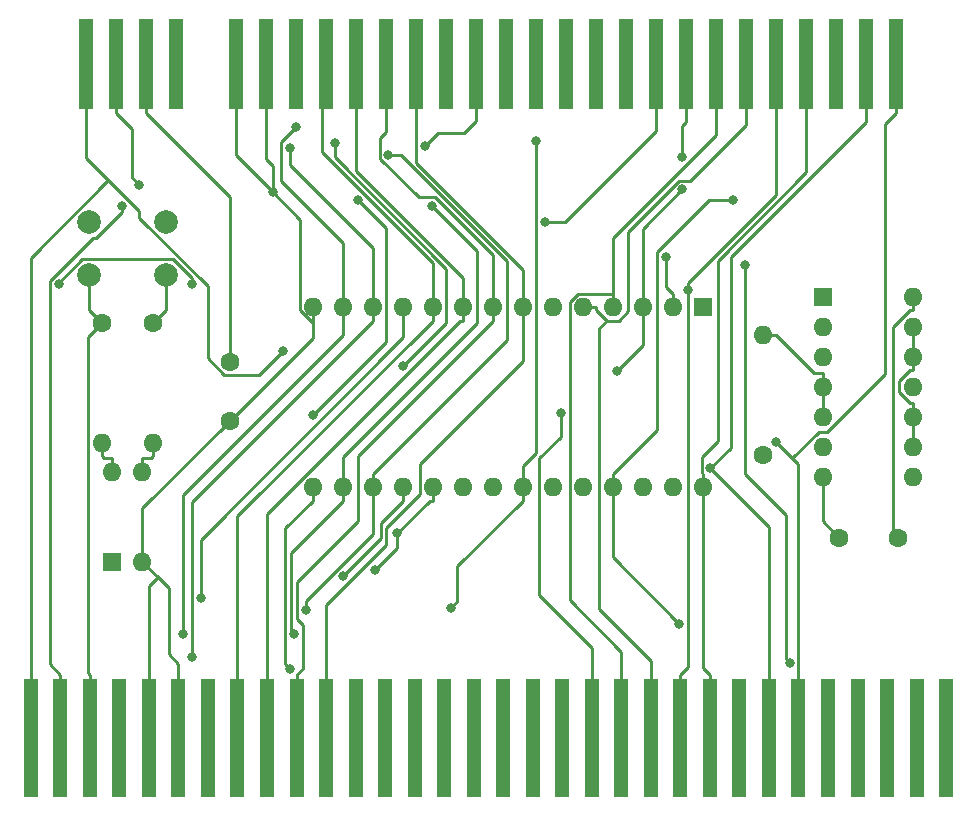
<source format=gbr>
%TF.GenerationSoftware,KiCad,Pcbnew,(6.0.10)*%
%TF.CreationDate,2023-03-31T21:51:54+03:00*%
%TF.ProjectId,zxcart,7a786361-7274-42e6-9b69-6361645f7063,rev?*%
%TF.SameCoordinates,Original*%
%TF.FileFunction,Copper,L2,Bot*%
%TF.FilePolarity,Positive*%
%FSLAX46Y46*%
G04 Gerber Fmt 4.6, Leading zero omitted, Abs format (unit mm)*
G04 Created by KiCad (PCBNEW (6.0.10)) date 2023-03-31 21:51:54*
%MOMM*%
%LPD*%
G01*
G04 APERTURE LIST*
%TA.AperFunction,ComponentPad*%
%ADD10R,1.600000X1.600000*%
%TD*%
%TA.AperFunction,ComponentPad*%
%ADD11O,1.600000X1.600000*%
%TD*%
%TA.AperFunction,SMDPad,CuDef*%
%ADD12R,1.270000X10.000000*%
%TD*%
%TA.AperFunction,ComponentPad*%
%ADD13C,1.600000*%
%TD*%
%TA.AperFunction,ComponentPad*%
%ADD14C,2.000000*%
%TD*%
%TA.AperFunction,SMDPad,CuDef*%
%ADD15R,1.270000X7.620000*%
%TD*%
%TA.AperFunction,ViaPad*%
%ADD16C,0.800000*%
%TD*%
%TA.AperFunction,Conductor*%
%ADD17C,0.250000*%
%TD*%
G04 APERTURE END LIST*
D10*
%TO.P,U1,1,1A*%
%TO.N,A14*%
X159400000Y-69675000D03*
D11*
%TO.P,U1,2,1B*%
%TO.N,A15*%
X159400000Y-72215000D03*
%TO.P,U1,3,1Y*%
%TO.N,Net-(U1-Pad3)*%
X159400000Y-74755000D03*
%TO.P,U1,4,2A*%
%TO.N,Net-(R1-Pad2)*%
X159400000Y-77295000D03*
%TO.P,U1,5,2B*%
X159400000Y-79835000D03*
%TO.P,U1,6,2Y*%
%TO.N,unconnected-(U1-Pad6)*%
X159400000Y-82375000D03*
%TO.P,U1,7,GND*%
%TO.N,GND*%
X159400000Y-84915000D03*
%TO.P,U1,8,3Y*%
%TO.N,unconnected-(U1-Pad8)*%
X167020000Y-84915000D03*
%TO.P,U1,9,3A*%
%TO.N,Net-(R1-Pad2)*%
X167020000Y-82375000D03*
%TO.P,U1,10,3B*%
X167020000Y-79835000D03*
%TO.P,U1,11,4Y*%
%TO.N,unconnected-(U1-Pad11)*%
X167020000Y-77295000D03*
%TO.P,U1,12,4A*%
%TO.N,Net-(R1-Pad2)*%
X167020000Y-74755000D03*
%TO.P,U1,13,4B*%
X167020000Y-72215000D03*
%TO.P,U1,14,VCC*%
%TO.N,+5V*%
X167020000Y-69675000D03*
%TD*%
D10*
%TO.P,SW1,1*%
%TO.N,GND*%
X99250000Y-92100000D03*
D11*
%TO.P,SW1,2*%
X101790000Y-92100000D03*
%TO.P,SW1,3*%
%TO.N,Net-(R3-Pad2)*%
X101790000Y-84480000D03*
%TO.P,SW1,4*%
%TO.N,Net-(R2-Pad2)*%
X99250000Y-84480000D03*
%TD*%
D12*
%TO.P,J1,33,A14*%
%TO.N,A14*%
X92335020Y-107000000D03*
%TO.P,J1,34,A12*%
%TO.N,A12*%
X94834990Y-107000000D03*
%TO.P,J1,35,"+5"*%
%TO.N,+5V*%
X97335010Y-107000000D03*
%TO.P,J1,36*%
%TO.N,unconnected-(J1-Pad36)*%
X99834980Y-107000000D03*
%TO.P,J1,37,\u041E\u0431\u0449\u0438\u0439*%
%TO.N,GND*%
X102335000Y-107000000D03*
%TO.P,J1,38,\u041E\u0431\u0449\u0438\u0439*%
X104835020Y-107000000D03*
%TO.P,J1,39*%
%TO.N,unconnected-(J1-Pad39)*%
X107334990Y-107000000D03*
%TO.P,J1,40,A0*%
%TO.N,A0*%
X109835010Y-107000000D03*
%TO.P,J1,41,A1*%
%TO.N,A1*%
X112334980Y-107000000D03*
%TO.P,J1,42,A2*%
%TO.N,A2*%
X114835000Y-107000000D03*
%TO.P,J1,43,A3*%
%TO.N,A3*%
X117335020Y-107000000D03*
%TO.P,J1,44*%
%TO.N,unconnected-(J1-Pad44)*%
X119834990Y-107000000D03*
%TO.P,J1,45*%
%TO.N,unconnected-(J1-Pad45)*%
X122335010Y-107000000D03*
%TO.P,J1,46*%
%TO.N,unconnected-(J1-Pad46)*%
X124834980Y-107000000D03*
%TO.P,J1,47*%
%TO.N,unconnected-(J1-Pad47)*%
X127335000Y-107000000D03*
%TO.P,J1,48*%
%TO.N,unconnected-(J1-Pad48)*%
X129835030Y-107000000D03*
%TO.P,J1,49,\u0421\u0422\u0420*%
%TO.N,unconnected-(J1-Pad49)*%
X132334990Y-107000000D03*
%TO.P,J1,50,\u0417\u0410\u041F\u0420\u0428*%
%TO.N,unconnected-(J1-Pad50)*%
X134835020Y-107000000D03*
%TO.P,J1,51,BD1*%
%TO.N,unconnected-(J1-Pad51)*%
X137334980Y-107000000D03*
%TO.P,J1,52,A7*%
%TO.N,A7*%
X139835010Y-107000000D03*
%TO.P,J1,53,A6*%
%TO.N,A6*%
X142335030Y-107000000D03*
%TO.P,J1,54,A5*%
%TO.N,A5*%
X144835000Y-107000000D03*
%TO.P,J1,55,A4*%
%TO.N,A4*%
X147335020Y-107000000D03*
%TO.P,J1,56,\u0411\u041B\u041A_\u041F\u0417\u0423*%
%TO.N,+5V*%
X149834990Y-107000000D03*
%TO.P,J1,57,\u041F\u0417\u0428*%
%TO.N,unconnected-(J1-Pad57)*%
X152335010Y-107000000D03*
%TO.P,J1,58,A9*%
%TO.N,A9*%
X154835030Y-107000000D03*
%TO.P,J1,59,A11*%
%TO.N,A11*%
X157335000Y-107000000D03*
%TO.P,J1,60*%
%TO.N,unconnected-(J1-Pad60)*%
X159835020Y-107000000D03*
%TO.P,J1,61,BD3*%
%TO.N,unconnected-(J1-Pad61)*%
X162334990Y-107000000D03*
%TO.P,J1,62,BD5*%
%TO.N,unconnected-(J1-Pad62)*%
X164835010Y-107000000D03*
%TO.P,J1,63,BD6*%
%TO.N,unconnected-(J1-Pad63)*%
X167335030Y-107000000D03*
%TO.P,J1,64,\u0413\u0422*%
%TO.N,unconnected-(J1-Pad64)*%
X169835000Y-107000000D03*
%TD*%
D13*
%TO.P,C1,1*%
%TO.N,+5V*%
X165800000Y-90100000D03*
%TO.P,C1,2*%
%TO.N,GND*%
X160800000Y-90100000D03*
%TD*%
%TO.P,R1,1*%
%TO.N,+5V*%
X154300000Y-83080000D03*
D11*
%TO.P,R1,2*%
%TO.N,Net-(R1-Pad2)*%
X154300000Y-72920000D03*
%TD*%
D14*
%TO.P,SW2,1,1*%
%TO.N,RESET*%
X103750000Y-63350000D03*
X97250000Y-63350000D03*
%TO.P,SW2,2,2*%
%TO.N,+5V*%
X103750000Y-67850000D03*
X97250000Y-67850000D03*
%TD*%
D13*
%TO.P,C2,1*%
%TO.N,+5V*%
X109200000Y-75200000D03*
%TO.P,C2,2*%
%TO.N,GND*%
X109200000Y-80200000D03*
%TD*%
%TO.P,R2,1*%
%TO.N,+5V*%
X98350000Y-71900000D03*
D11*
%TO.P,R2,2*%
%TO.N,Net-(R2-Pad2)*%
X98350000Y-82060000D03*
%TD*%
D13*
%TO.P,R3,1*%
%TO.N,+5V*%
X102650000Y-71900000D03*
D11*
%TO.P,R3,2*%
%TO.N,Net-(R3-Pad2)*%
X102650000Y-82060000D03*
%TD*%
D15*
%TO.P,J2,29,A14*%
%TO.N,A14*%
X97010000Y-50000000D03*
%TO.P,J2,30,A12*%
%TO.N,A12*%
X99550000Y-50000000D03*
%TO.P,J2,31,+5V*%
%TO.N,+5V*%
X102090000Y-50000000D03*
%TO.P,J2,32,NC*%
%TO.N,unconnected-(J2-Pad32)*%
X104630000Y-50000000D03*
%TO.P,J2,34,GND*%
%TO.N,GND*%
X109710000Y-50000000D03*
%TO.P,J2,35,GND*%
X112250000Y-50000000D03*
%TO.P,J2,36,CLK*%
%TO.N,unconnected-(J2-Pad36)*%
X114790000Y-50000000D03*
%TO.P,J2,37,A0*%
%TO.N,A0*%
X117330000Y-50000000D03*
%TO.P,J2,38,A1*%
%TO.N,A1*%
X119870000Y-50000000D03*
%TO.P,J2,39,A2*%
%TO.N,A2*%
X122410000Y-50000000D03*
%TO.P,J2,40,A3*%
%TO.N,A3*%
X124950000Y-50000000D03*
%TO.P,J2,41,NC*%
%TO.N,unconnected-(J2-Pad41)*%
X127490000Y-50000000D03*
%TO.P,J2,42,GND*%
%TO.N,GND*%
X130030000Y-50000000D03*
%TO.P,J2,43,OE*%
%TO.N,unconnected-(J2-Pad43)*%
X132570000Y-50000000D03*
%TO.P,J2,44,NC*%
%TO.N,unconnected-(J2-Pad44)*%
X135110000Y-50000000D03*
%TO.P,J2,45,NC*%
%TO.N,unconnected-(J2-Pad45)*%
X137650000Y-50000000D03*
%TO.P,J2,46,NC*%
%TO.N,unconnected-(J2-Pad46)*%
X140190000Y-50000000D03*
%TO.P,J2,47,BUSRQ*%
%TO.N,unconnected-(J2-Pad47)*%
X142730000Y-50000000D03*
%TO.P,J2,48,RESET*%
%TO.N,RESET*%
X145270000Y-50000000D03*
%TO.P,J2,49,A7*%
%TO.N,A7*%
X147810000Y-50000000D03*
%TO.P,J2,50,A6*%
%TO.N,A6*%
X150350000Y-50000000D03*
%TO.P,J2,51,A5*%
%TO.N,A5*%
X152890000Y-50000000D03*
%TO.P,J2,52,A4*%
%TO.N,A4*%
X155430000Y-50000000D03*
%TO.P,J2,53,ROMCS*%
%TO.N,+5V*%
X157970000Y-50000000D03*
%TO.P,J2,54,BUSACK*%
%TO.N,unconnected-(J2-Pad54)*%
X160510000Y-50000000D03*
%TO.P,J2,55,A9*%
%TO.N,A9*%
X163050000Y-50000000D03*
%TO.P,J2,56,A11*%
%TO.N,A11*%
X165590000Y-50000000D03*
%TD*%
D10*
%TO.P,U2,1,A15*%
%TO.N,Net-(R3-Pad2)*%
X149250000Y-70575000D03*
D11*
%TO.P,U2,2,A12*%
%TO.N,A12*%
X146710000Y-70575000D03*
%TO.P,U2,3,A7*%
%TO.N,A7*%
X144170000Y-70575000D03*
%TO.P,U2,4,A6*%
%TO.N,A6*%
X141630000Y-70575000D03*
%TO.P,U2,5,A5*%
%TO.N,A5*%
X139090000Y-70575000D03*
%TO.P,U2,6,A4*%
%TO.N,A4*%
X136550000Y-70575000D03*
%TO.P,U2,7,A3*%
%TO.N,A3*%
X134010000Y-70575000D03*
%TO.P,U2,8,A2*%
%TO.N,A2*%
X131470000Y-70575000D03*
%TO.P,U2,9,A1*%
%TO.N,A1*%
X128930000Y-70575000D03*
%TO.P,U2,10,A0*%
%TO.N,A0*%
X126390000Y-70575000D03*
%TO.P,U2,11,D0*%
%TO.N,D0*%
X123850000Y-70575000D03*
%TO.P,U2,12,D1*%
%TO.N,D1*%
X121310000Y-70575000D03*
%TO.P,U2,13,D2*%
%TO.N,D2*%
X118770000Y-70575000D03*
%TO.P,U2,14,GND*%
%TO.N,GND*%
X116230000Y-70575000D03*
%TO.P,U2,15,D3*%
%TO.N,D3*%
X116230000Y-85815000D03*
%TO.P,U2,16,D4*%
%TO.N,D4*%
X118770000Y-85815000D03*
%TO.P,U2,17,D5*%
%TO.N,D5*%
X121310000Y-85815000D03*
%TO.P,U2,18,D6*%
%TO.N,D6*%
X123850000Y-85815000D03*
%TO.P,U2,19,D7*%
%TO.N,D7*%
X126390000Y-85815000D03*
%TO.P,U2,20,~{CE}*%
%TO.N,Net-(U1-Pad3)*%
X128930000Y-85815000D03*
%TO.P,U2,21,A10*%
%TO.N,A10*%
X131470000Y-85815000D03*
%TO.P,U2,22,~{OE}*%
%TO.N,MREQ*%
X134010000Y-85815000D03*
%TO.P,U2,23,A11*%
%TO.N,A11*%
X136550000Y-85815000D03*
%TO.P,U2,24,A9*%
%TO.N,A9*%
X139090000Y-85815000D03*
%TO.P,U2,25,A8*%
%TO.N,A8*%
X141630000Y-85815000D03*
%TO.P,U2,26,A13*%
%TO.N,A13*%
X144170000Y-85815000D03*
%TO.P,U2,27,A14*%
%TO.N,Net-(R2-Pad2)*%
X146710000Y-85815000D03*
%TO.P,U2,28,VCC*%
%TO.N,+5V*%
X149250000Y-85815000D03*
%TD*%
D16*
%TO.N,GND*%
X112837600Y-60835400D03*
X125685900Y-56915100D03*
%TO.N,A15*%
X105995200Y-68600900D03*
X94701500Y-68641300D03*
%TO.N,D7*%
X121476400Y-92826900D03*
X123347300Y-89701700D03*
%TO.N,D0*%
X106725200Y-95179200D03*
%TO.N,D1*%
X105957700Y-100157700D03*
X114248000Y-57048000D03*
%TO.N,D2*%
X105231200Y-98268800D03*
X114800000Y-55300000D03*
%TO.N,D6*%
X123850000Y-75532400D03*
X118076100Y-56676100D03*
X118746800Y-93327400D03*
%TO.N,D5*%
X122612299Y-57687701D03*
X115603300Y-96195400D03*
%TO.N,D3*%
X120028600Y-61481800D03*
X114319800Y-101159700D03*
X116230000Y-79718300D03*
%TO.N,D4*%
X126295300Y-61991000D03*
X114641000Y-98200000D03*
%TO.N,MREQ*%
X127900000Y-96000000D03*
X135100000Y-56500000D03*
%TO.N,A8*%
X151800000Y-61500000D03*
X147255700Y-97383500D03*
%TO.N,A14*%
X113691500Y-74304800D03*
%TO.N,A12*%
X146098600Y-66287600D03*
X100030500Y-62027500D03*
X101500000Y-60200000D03*
%TO.N,RESET*%
X156610500Y-100700000D03*
X152767600Y-67024000D03*
X135885500Y-63350000D03*
%TO.N,A7*%
X137229200Y-79544100D03*
X147511900Y-57823500D03*
X147511900Y-60575700D03*
X141957500Y-76009000D03*
%TO.N,A4*%
X147987300Y-69127700D03*
%TO.N,A9*%
X149867800Y-84208700D03*
%TO.N,A11*%
X155415700Y-81954800D03*
%TD*%
D17*
%TO.N,+5V*%
X98350000Y-71900000D02*
X97191100Y-73058900D01*
X149250000Y-85815000D02*
X149250000Y-101089900D01*
X97250000Y-70800000D02*
X97250000Y-67850000D01*
X150485600Y-66629400D02*
X150485600Y-81928900D01*
X109200000Y-61245100D02*
X102090000Y-54135100D01*
X150485600Y-81928900D02*
X149142700Y-83271800D01*
X97191100Y-101531000D02*
X97335000Y-101674900D01*
X149250000Y-85815000D02*
X149250000Y-84689900D01*
X109200000Y-75200000D02*
X109200000Y-61245100D01*
X149250000Y-101089900D02*
X149835000Y-101674900D01*
X166787000Y-70800100D02*
X165350000Y-72237000D01*
X102650000Y-71900000D02*
X103750000Y-70800000D01*
X157970000Y-59145000D02*
X150485600Y-66629400D01*
X167020000Y-69675000D02*
X167020000Y-70800100D01*
X102090000Y-50000000D02*
X102090000Y-54135100D01*
X149142700Y-83271800D02*
X149142700Y-84582600D01*
X98350000Y-71900000D02*
X97250000Y-70800000D01*
X149835000Y-107000000D02*
X149835000Y-101674900D01*
X167020000Y-70800100D02*
X166787000Y-70800100D01*
X157970000Y-50000000D02*
X157970000Y-59145000D01*
X165350000Y-72237000D02*
X165350000Y-89649900D01*
X97191100Y-73058900D02*
X97191100Y-101531000D01*
X149142700Y-84582600D02*
X149250000Y-84689900D01*
X103750000Y-70800000D02*
X103750000Y-67850000D01*
X165350000Y-89649900D02*
X165800000Y-90100000D01*
X97335000Y-107000000D02*
X97335000Y-101674900D01*
%TO.N,GND*%
X103110000Y-93410000D02*
X104000000Y-94300000D01*
X112250000Y-50000000D02*
X112250000Y-58050000D01*
X112837600Y-58637600D02*
X112837600Y-60835400D01*
X103100000Y-93410000D02*
X102335000Y-94175000D01*
X101790000Y-92100000D02*
X103100000Y-93410000D01*
X102335000Y-94175000D02*
X102335000Y-107000000D01*
X115157100Y-63154900D02*
X115157100Y-70799600D01*
X116230000Y-71872500D02*
X116230000Y-73170000D01*
X101790000Y-87610000D02*
X101790000Y-89855000D01*
X159400000Y-88700000D02*
X159400000Y-84915000D01*
X109710000Y-57707800D02*
X109710000Y-50000000D01*
X115157100Y-70799600D02*
X116230000Y-71872500D01*
X112837600Y-60835400D02*
X109710000Y-57707800D01*
X116230000Y-70575000D02*
X116230000Y-71872500D01*
X130030000Y-54770000D02*
X129000000Y-55800000D01*
X101790000Y-89855000D02*
X101790000Y-92100000D01*
X104835020Y-100735020D02*
X104835020Y-107000000D01*
X126801000Y-55800000D02*
X125685900Y-56915100D01*
X129000000Y-55800000D02*
X126801000Y-55800000D01*
X104000000Y-94300000D02*
X104000000Y-99900000D01*
X112837600Y-60835400D02*
X115157100Y-63154900D01*
X112250000Y-58050000D02*
X112837600Y-58637600D01*
X160800000Y-90100000D02*
X159400000Y-88700000D01*
X109200000Y-80200000D02*
X101790000Y-87610000D01*
X130030000Y-50000000D02*
X130030000Y-54770000D01*
X103100000Y-93410000D02*
X103110000Y-93410000D01*
X116230000Y-73170000D02*
X109200000Y-80200000D01*
X104000000Y-99900000D02*
X104835020Y-100735020D01*
%TO.N,A15*%
X96711700Y-66491600D02*
X94701600Y-68501700D01*
X94701600Y-68641300D02*
X94701500Y-68641300D01*
X105995200Y-68127000D02*
X104359800Y-66491600D01*
X94701600Y-68501700D02*
X94701600Y-68641300D01*
X105995200Y-68600900D02*
X105995200Y-68127000D01*
X104359800Y-66491600D02*
X96711700Y-66491600D01*
%TO.N,D7*%
X123347300Y-90956000D02*
X121476400Y-92826900D01*
X126390000Y-85815000D02*
X126390000Y-86940100D01*
X126390000Y-86940100D02*
X126108900Y-86940100D01*
X123347300Y-89701700D02*
X123347300Y-90956000D01*
X126108900Y-86940100D02*
X123347300Y-89701700D01*
%TO.N,D0*%
X123850000Y-73123800D02*
X123850000Y-70575000D01*
X106725200Y-90248600D02*
X123850000Y-73123800D01*
X106725200Y-95179200D02*
X106725200Y-90248600D01*
%TO.N,D1*%
X114248000Y-57048000D02*
X114248000Y-58525000D01*
X105957700Y-87052400D02*
X121310000Y-71700100D01*
X121310000Y-65587000D02*
X121310000Y-70575000D01*
X121310000Y-71700100D02*
X121310000Y-70575000D01*
X114248000Y-58525000D02*
X121310000Y-65587000D01*
X105957700Y-100157700D02*
X105957700Y-87052400D01*
%TO.N,D2*%
X113520000Y-59899300D02*
X118770000Y-65149300D01*
X105231200Y-98268800D02*
X105231200Y-86459800D01*
X105231200Y-86459800D02*
X118770000Y-72921000D01*
X118770000Y-65149300D02*
X118770000Y-70575000D01*
X114800000Y-55300000D02*
X113520000Y-56580000D01*
X118770000Y-72921000D02*
X118770000Y-70575000D01*
X113520000Y-56580000D02*
X113520000Y-59899300D01*
%TO.N,D6*%
X118076100Y-56676100D02*
X118076100Y-57867300D01*
X123850000Y-85815000D02*
X123850000Y-86940100D01*
X118076100Y-57867300D02*
X127518800Y-67310000D01*
X121947000Y-88843100D02*
X121947000Y-90127200D01*
X123850000Y-86940100D02*
X121947000Y-88843100D01*
X121947000Y-90127200D02*
X118746800Y-93327400D01*
X127518800Y-67310000D02*
X127518800Y-71863600D01*
X127518800Y-71863600D02*
X123850000Y-75532400D01*
%TO.N,D5*%
X132636800Y-66670500D02*
X132636800Y-73363100D01*
X115603300Y-95445500D02*
X121310000Y-89738800D01*
X115603300Y-96195400D02*
X115603300Y-95445500D01*
X121310000Y-85815000D02*
X121310000Y-86940100D01*
X121310000Y-89738800D02*
X121310000Y-86940100D01*
X123654001Y-57687701D02*
X132636800Y-66670500D01*
X121310000Y-84689900D02*
X121310000Y-85815000D01*
X132636800Y-73363100D02*
X121310000Y-84689900D01*
X122612299Y-57687701D02*
X123654001Y-57687701D01*
%TO.N,D3*%
X120028600Y-61481800D02*
X122449400Y-63902600D01*
X122449400Y-73498900D02*
X116230000Y-79718300D01*
X113896800Y-89273300D02*
X113896800Y-100736700D01*
X113896800Y-100736700D02*
X114319800Y-101159700D01*
X122449400Y-63902600D02*
X122449400Y-73498900D01*
X116230000Y-86940100D02*
X113896800Y-89273300D01*
X116230000Y-85815000D02*
X116230000Y-86940100D01*
%TO.N,D4*%
X118770000Y-83270000D02*
X130098000Y-71942000D01*
X114367000Y-91343100D02*
X118770000Y-86940100D01*
X114641000Y-98200000D02*
X114367000Y-97926000D01*
X114367000Y-97926000D02*
X114367000Y-91343100D01*
X130098000Y-65793700D02*
X126295300Y-61991000D01*
X118770000Y-85815000D02*
X118770000Y-83270000D01*
X118770000Y-86940100D02*
X118770000Y-85815000D01*
X130098000Y-71942000D02*
X130098000Y-65793700D01*
%TO.N,MREQ*%
X135135300Y-82913200D02*
X134010000Y-84038500D01*
X135135300Y-56535300D02*
X135135300Y-82913200D01*
X127900000Y-96000000D02*
X128457700Y-95442300D01*
X128457700Y-95442300D02*
X128457700Y-92492400D01*
X134010000Y-84038500D02*
X134010000Y-85815000D01*
X135100000Y-56500000D02*
X135135300Y-56535300D01*
X128457700Y-92492400D02*
X134010000Y-86940100D01*
X134010000Y-86940100D02*
X134010000Y-85815000D01*
%TO.N,A8*%
X141630000Y-85815000D02*
X141630000Y-91757800D01*
X141630000Y-91757800D02*
X147255700Y-97383500D01*
X145355100Y-65885100D02*
X145355100Y-80964800D01*
X141630000Y-84689900D02*
X141630000Y-85815000D01*
X149740200Y-61500000D02*
X145355100Y-65885100D01*
X145355100Y-80964800D02*
X141630000Y-84689900D01*
X151800000Y-61500000D02*
X149740200Y-61500000D01*
%TO.N,A14*%
X98889700Y-59813300D02*
X101533800Y-62457400D01*
X92335000Y-66368000D02*
X92335000Y-107000000D01*
X97010000Y-57933600D02*
X98889700Y-59813300D01*
X97010000Y-50000000D02*
X97010000Y-54022500D01*
X108730700Y-76341100D02*
X111655200Y-76341100D01*
X107298900Y-74909300D02*
X108730700Y-76341100D01*
X107298900Y-68794000D02*
X107298900Y-74909300D01*
X97010000Y-54022500D02*
X97010000Y-57933600D01*
X111655200Y-76341100D02*
X113691500Y-74304800D01*
X98889700Y-59813300D02*
X92335000Y-66368000D01*
X101533800Y-63028900D02*
X107298900Y-68794000D01*
X101533800Y-62457400D02*
X101533800Y-63028900D01*
%TO.N,A12*%
X146710000Y-70575000D02*
X146710000Y-69449900D01*
X100030500Y-62536100D02*
X100030500Y-62027500D01*
X94835000Y-107000000D02*
X94835000Y-101674900D01*
X146710000Y-69449900D02*
X146098600Y-68838500D01*
X100867100Y-59567100D02*
X100867100Y-55452200D01*
X99550000Y-54135100D02*
X99550000Y-50000000D01*
X94835000Y-101674900D02*
X93953700Y-100793600D01*
X93953700Y-100793600D02*
X93953700Y-68334000D01*
X97612500Y-64675200D02*
X97891400Y-64675200D01*
X93953700Y-68334000D02*
X97612500Y-64675200D01*
X97891400Y-64675200D02*
X100030500Y-62536100D01*
X146098600Y-68838500D02*
X146098600Y-66287600D01*
X100867100Y-55452200D02*
X99550000Y-54135100D01*
X101500000Y-60200000D02*
X100867100Y-59567100D01*
%TO.N,A0*%
X117000000Y-57427800D02*
X117000000Y-50330000D01*
X109835000Y-101674900D02*
X109835000Y-88255100D01*
X109835000Y-88255100D02*
X126390000Y-71700100D01*
X126390000Y-70575000D02*
X126390000Y-71700100D01*
X126390000Y-66817800D02*
X117000000Y-57427800D01*
X109835000Y-107000000D02*
X109835000Y-101674900D01*
X126390000Y-70575000D02*
X126390000Y-66817800D01*
X117000000Y-50330000D02*
X117330000Y-50000000D01*
%TO.N,A1*%
X128930000Y-70805000D02*
X128930000Y-71700100D01*
X128708000Y-71700100D02*
X112335000Y-88073100D01*
X128930000Y-69449900D02*
X128930000Y-68084600D01*
X112335000Y-88073100D02*
X112335000Y-107000000D01*
X128930000Y-70805000D02*
X128930000Y-70575000D01*
X128930000Y-71700100D02*
X128708000Y-71700100D01*
X128930000Y-70575000D02*
X128930000Y-69449900D01*
X128930000Y-68084600D02*
X119870000Y-59024600D01*
X119870000Y-50000000D02*
X119870000Y-54135100D01*
X119870000Y-59024600D02*
X119870000Y-54135100D01*
%TO.N,A2*%
X131470000Y-66140395D02*
X126595605Y-61266000D01*
X114835000Y-101674900D02*
X115365500Y-101144400D01*
X126595605Y-61266000D02*
X125166000Y-61266000D01*
X131470000Y-70575000D02*
X131470000Y-66140395D01*
X122400000Y-55700000D02*
X122400000Y-50010000D01*
X114839600Y-96985800D02*
X114839600Y-93847100D01*
X115365500Y-97511700D02*
X114839600Y-96985800D01*
X122400000Y-50010000D02*
X122410000Y-50000000D01*
X131470000Y-71137500D02*
X131470000Y-71700100D01*
X120040000Y-88646700D02*
X120040000Y-83130100D01*
X125166000Y-61266000D02*
X121887299Y-57987299D01*
X120040000Y-83130100D02*
X131470000Y-71700100D01*
X115365500Y-101144400D02*
X115365500Y-97511700D01*
X114835000Y-107000000D02*
X114835000Y-101674900D01*
X121887299Y-57987299D02*
X121887299Y-56212701D01*
X131470000Y-71137500D02*
X131470000Y-70575000D01*
X121887299Y-56212701D02*
X122400000Y-55700000D01*
X114839600Y-93847100D02*
X120040000Y-88646700D01*
%TO.N,A3*%
X134010000Y-69449900D02*
X134010000Y-67407100D01*
X124950000Y-50000000D02*
X124950000Y-54135100D01*
X134010000Y-70012400D02*
X134010000Y-70575000D01*
X134010000Y-75083900D02*
X134010000Y-70575000D01*
X122397200Y-90728300D02*
X122397200Y-89275300D01*
X125264800Y-83829100D02*
X134010000Y-75083900D01*
X117335000Y-107000000D02*
X117335000Y-101674900D01*
X122397200Y-89275300D02*
X125264800Y-86407700D01*
X117335000Y-95790500D02*
X122397200Y-90728300D01*
X124950000Y-58347100D02*
X124950000Y-54135100D01*
X134010000Y-67407100D02*
X124950000Y-58347100D01*
X125264800Y-86407700D02*
X125264800Y-83829100D01*
X134010000Y-70012400D02*
X134010000Y-69449900D01*
X117335000Y-101674900D02*
X117335000Y-95790500D01*
%TO.N,RESET*%
X156244000Y-88136500D02*
X152767600Y-84660100D01*
X145270000Y-55630000D02*
X137550000Y-63350000D01*
X152767600Y-84660100D02*
X152767600Y-67024000D01*
X137550000Y-63350000D02*
X135885500Y-63350000D01*
X156244000Y-100333500D02*
X156244000Y-88136500D01*
X156610500Y-100700000D02*
X156244000Y-100333500D01*
X145270000Y-50000000D02*
X145270000Y-55630000D01*
%TO.N,A7*%
X147511900Y-55188100D02*
X147511900Y-57823500D01*
X139835000Y-107000000D02*
X139835000Y-99410900D01*
X144170000Y-63917600D02*
X147511900Y-60575700D01*
X144170000Y-70575000D02*
X144170000Y-63917600D01*
X147810000Y-50000000D02*
X147810000Y-54890000D01*
X137229200Y-81533000D02*
X137229200Y-79544100D01*
X144170000Y-73796500D02*
X144170000Y-70575000D01*
X139835000Y-99410900D02*
X135387700Y-94963600D01*
X135387700Y-83374500D02*
X137229200Y-81533000D01*
X141957500Y-76009000D02*
X144170000Y-73796500D01*
X147810000Y-54890000D02*
X147511900Y-55188100D01*
X135387700Y-94963600D02*
X135387700Y-83374500D01*
%TO.N,A6*%
X138652000Y-69418600D02*
X137964800Y-70105800D01*
X141630000Y-64744700D02*
X150350000Y-56024700D01*
X141630000Y-70575000D02*
X141630000Y-69418600D01*
X137964800Y-95375800D02*
X142335000Y-99746000D01*
X141630000Y-69418600D02*
X141630000Y-64744700D01*
X141630000Y-69418600D02*
X138652000Y-69418600D01*
X142335000Y-99746000D02*
X142335000Y-107000000D01*
X150350000Y-56024700D02*
X150350000Y-50000000D01*
X137964800Y-70105800D02*
X137964800Y-95375800D01*
%TO.N,A5*%
X147211595Y-59850700D02*
X142900000Y-64162295D01*
X144835000Y-100531500D02*
X140453400Y-96149900D01*
X139090000Y-70575000D02*
X140215100Y-70575000D01*
X148149300Y-59850700D02*
X147211595Y-59850700D01*
X142102200Y-71700200D02*
X141107100Y-71700200D01*
X141107100Y-71700200D02*
X140215100Y-70808200D01*
X142900000Y-70902400D02*
X142102200Y-71700200D01*
X142900000Y-64162295D02*
X142900000Y-70902400D01*
X140215100Y-70808200D02*
X140215100Y-70575000D01*
X140453400Y-96149900D02*
X140453400Y-72353900D01*
X152890000Y-50000000D02*
X152890000Y-55110000D01*
X152890000Y-55110000D02*
X148149300Y-59850700D01*
X140453400Y-72353900D02*
X141107100Y-71700200D01*
X144835000Y-107000000D02*
X144835000Y-100531500D01*
%TO.N,A4*%
X147335000Y-101674900D02*
X147987300Y-101022600D01*
X147335000Y-107000000D02*
X147335000Y-101674900D01*
X155430000Y-61048400D02*
X147987300Y-68491100D01*
X147987300Y-101022600D02*
X147987300Y-69127700D01*
X147987300Y-68491100D02*
X147987300Y-69127700D01*
X155430000Y-50000000D02*
X155430000Y-61048400D01*
%TO.N,A9*%
X154835000Y-89175900D02*
X154835000Y-107000000D01*
X163050000Y-54861100D02*
X151610800Y-66300300D01*
X151610800Y-82465700D02*
X149867800Y-84208700D01*
X163050000Y-50000000D02*
X163050000Y-54861100D01*
X151610800Y-66300300D02*
X151610800Y-82465700D01*
X149867800Y-84208700D02*
X154835000Y-89175900D01*
%TO.N,A11*%
X165590000Y-54135100D02*
X164629900Y-55095200D01*
X159030000Y-81105000D02*
X156798000Y-83337000D01*
X164629900Y-55095200D02*
X164629900Y-76260700D01*
X157335000Y-83874100D02*
X156798000Y-83337000D01*
X165590000Y-50000000D02*
X165590000Y-54135100D01*
X156798000Y-83337000D02*
X155415700Y-81954800D01*
X159785600Y-81105000D02*
X159030000Y-81105000D01*
X164629900Y-76260700D02*
X159785600Y-81105000D01*
X157335000Y-107000000D02*
X157335000Y-83874100D01*
%TO.N,Net-(R1-Pad2)*%
X166780000Y-75880100D02*
X167020000Y-75880100D01*
X167020000Y-72215000D02*
X167020000Y-74755000D01*
X167020000Y-75880100D02*
X167020000Y-74755000D01*
X165856000Y-76804100D02*
X166780000Y-75880100D01*
X167020000Y-79835000D02*
X167020000Y-78709900D01*
X167020000Y-79835000D02*
X167020000Y-82375000D01*
X155425000Y-72920000D02*
X154300000Y-72920000D01*
X166787000Y-78709900D02*
X165856000Y-77779300D01*
X158675000Y-76169900D02*
X155425000Y-72920000D01*
X167020000Y-78709900D02*
X166787000Y-78709900D01*
X159400000Y-77295000D02*
X159400000Y-76169900D01*
X159400000Y-76169900D02*
X158675000Y-76169900D01*
X159400000Y-79835000D02*
X159400000Y-77295000D01*
X165856000Y-77779300D02*
X165856000Y-76804100D01*
%TO.N,Net-(R2-Pad2)*%
X98519800Y-83354900D02*
X98350000Y-83185100D01*
X99250000Y-83354900D02*
X98519800Y-83354900D01*
X99250000Y-84480000D02*
X99250000Y-83354900D01*
X98350000Y-83185100D02*
X98350000Y-82060000D01*
%TO.N,Net-(R3-Pad2)*%
X101790000Y-83354900D02*
X102480000Y-83354900D01*
X102480000Y-83354900D02*
X102650000Y-83185100D01*
X101790000Y-84480000D02*
X101790000Y-83354900D01*
X102650000Y-83185100D02*
X102650000Y-82060000D01*
%TD*%
M02*

</source>
